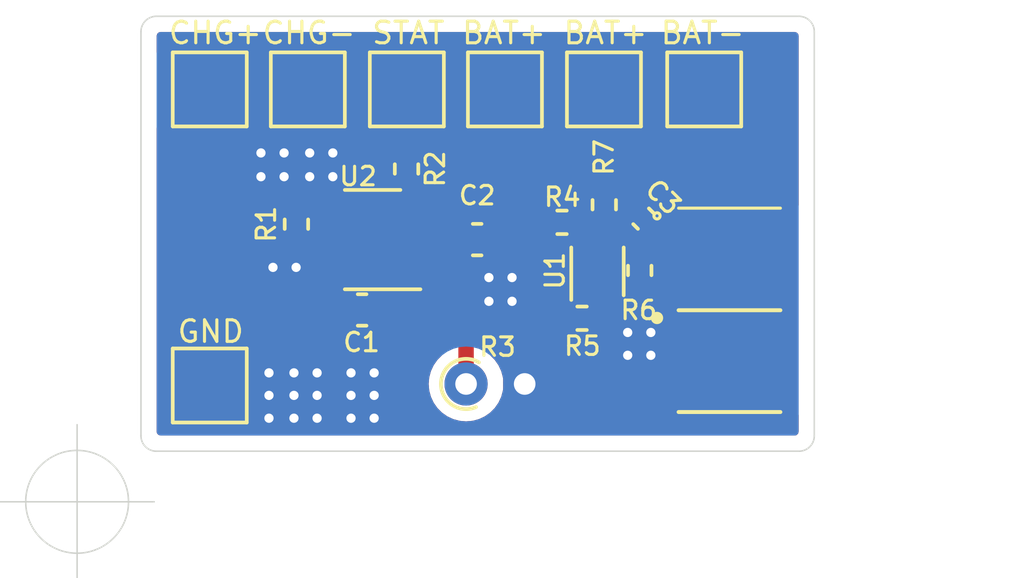
<source format=kicad_pcb>
(kicad_pcb (version 20211014) (generator pcbnew)
  (layers (0 "F.Cu" signal) (31 "B.Cu" signal) (34 "B.Paste" user) (35 "F.Paste" user) (36 "B.SilkS" user "B.Silkscreen") (37 "F.SilkS" user "F.Silkscreen") (38 "B.Mask" user) (39 "F.Mask" user) (44 "Edge.Cuts" user))
  (net 0 "")
  (net 1 "Adapter+")
  (net 2 "BAT+")
  (net 3 "BAT-")
  (net 4 "Net-(C3-Pad1)")
  (net 5 "Net-(R1-Pad1)")
  (net 6 "ChargeLight-")
  (net 7 "Net-(R2-Pad1)")
  (net 8 "Net-(R3-Pad1)")
  (net 9 "Net-(R4-Pad1)")
  (net 10 "Net-(R5-Pad1)")
  (net 11 "Net-(R6-Pad1)")
  (net 13 "GND")
  (net 14 "Net-(U3-Pad5)")
  (footprint "Capacitor_SMD:C_0603_1608Metric" (layer "F.Cu") (at 127.46 81.19)
    (fp_text reference "C1" (at -0.02 1.05) (layer "F.SilkS") (effects (font (size 0.6 0.6) (thickness 0.1))))
    (fp_text value "1uF")
    (fp_line (start -0.14058 -0.51) (end 0.14058 -0.51) (layer "F.SilkS") (width 0.12))
    (fp_line (start -0.14058 0.51) (end 0.14058 0.51) (layer "F.SilkS") (width 0.12))
    (pad "1" smd roundrect locked (at -0.775 0) (size 0.9 0.95) (layers "F.Cu" "F.Paste" "F.Mask") (net 1 "Adapter+"))
    (pad "2" smd roundrect locked (at 0.775 0) (size 0.9 0.95) (layers "F.Cu" "F.Paste" "F.Mask") (net 13 "GND"))
  )
  (footprint "Capacitor_SMD:C_0603_1608Metric" (layer "F.Cu") (at 131.19 78.91)
    (fp_text reference "C2" (at 0 -1.43) (layer "F.SilkS") (effects (font (size 0.6 0.6) (thickness 0.1))))
    (fp_text value "1uF")
    (fp_line (start -0.14058 0.51) (end 0.14058 0.51) (layer "F.SilkS") (width 0.12))
    (fp_line (start -0.14058 -0.51) (end 0.14058 -0.51) (layer "F.SilkS") (width 0.12))
    (pad "1" smd roundrect locked (at -0.775 0) (size 0.9 0.95) (layers "F.Cu" "F.Paste" "F.Mask") (net 2 "BAT+"))
    (pad "2" smd roundrect locked (at 0.775 0) (size 0.9 0.95) (layers "F.Cu" "F.Paste" "F.Mask") (net 13 "GND"))
  )
  (footprint "Capacitor_SMD:C_0402_1005Metric" (layer "F.Cu") (at 136.58 78.23 -45)
    (fp_text reference "C3" (at -0.042426 -0.947523 135) (layer "F.SilkS") (effects (font (size 0.6 0.6) (thickness 0.1))))
    (fp_text value "0.1uF")
    (fp_line (start -0.107836 -0.36) (end 0.107836 -0.36) (layer "F.SilkS") (width 0.12))
    (fp_line (start -0.107836 0.36) (end 0.107836 0.36) (layer "F.SilkS") (width 0.12))
    (pad "1" smd roundrect locked (at -0.48 0 315) (size 0.56 0.62) (layers "F.Cu" "F.Paste" "F.Mask") (net 4 "Net-(C3-Pad1)"))
    (pad "2" smd roundrect locked (at 0.48 0 315) (size 0.56 0.62) (layers "F.Cu" "F.Paste" "F.Mask") (net 3 "BAT-"))
  )
  (footprint "Resistor_SMD:R_0402_1005Metric" (layer "F.Cu") (at 125.33 78.41 -90)
    (fp_text reference "R1" (at 0 0.98 90) (layer "F.SilkS") (effects (font (size 0.6 0.6) (thickness 0.1))))
    (fp_text value "1K")
    (fp_line (start -0.153641 0.38) (end 0.153641 0.38) (layer "F.SilkS") (width 0.12))
    (fp_line (start -0.153641 -0.38) (end 0.153641 -0.38) (layer "F.SilkS") (width 0.12))
    (pad "1" smd roundrect locked (at -0.51 0 270) (size 0.54 0.64) (layers "F.Cu" "F.Paste" "F.Mask") (net 5 "Net-(R1-Pad1)"))
    (pad "2" smd roundrect locked (at 0.51 0 270) (size 0.54 0.64) (layers "F.Cu" "F.Paste" "F.Mask") (net 13 "GND"))
  )
  (footprint "Resistor_SMD:R_0402_1005Metric" (layer "F.Cu") (at 128.9 76.62 90)
    (fp_text reference "R2" (at 0 0.93 90) (layer "F.SilkS") (effects (font (size 0.6 0.6) (thickness 0.1))))
    (fp_text value "1K")
    (fp_line (start -0.153641 0.38) (end 0.153641 0.38) (layer "F.SilkS") (width 0.12))
    (fp_line (start -0.153641 -0.38) (end 0.153641 -0.38) (layer "F.SilkS") (width 0.12))
    (pad "1" smd roundrect locked (at -0.51 0 90) (size 0.54 0.64) (layers "F.Cu" "F.Paste" "F.Mask") (net 7 "Net-(R2-Pad1)"))
    (pad "2" smd roundrect locked (at 0.51 0 90) (size 0.54 0.64) (layers "F.Cu" "F.Paste" "F.Mask") (net 6 "ChargeLight-"))
  )
  (footprint "Resistor_THT:R_Axial_DIN0204_L3.6mm_D1.6mm_P1.90mm_Vertical" (layer "F.Cu") (at 130.83 83.59)
    (fp_text reference "R3" (at 1.02 -1.2) (layer "F.SilkS") (effects (font (size 0.6 0.6) (thickness 0.1))))
    (fp_text value "103AT-2")
    (fp_arc (start 0.320095 0.749359) (mid -0.813042 -0.054435) (end 0.417133 -0.7) (layer "F.SilkS") (width 0.12))
    (pad "1" thru_hole circle locked (at 0 0) (size 1.4 1.4) (drill 0.7) (layers *.Cu *.Mask) (net 8 "Net-(R3-Pad1)"))
    (pad "2" thru_hole oval locked (at 1.9 0) (size 1.4 1.4) (drill 0.7) (layers *.Cu *.Mask) (net 13 "GND"))
  )
  (footprint "Resistor_SMD:R_0402_1005Metric" (layer "F.Cu") (at 133.94 78.35 180)
    (fp_text reference "R4" (at -0.01 0.82) (layer "F.SilkS") (effects (font (size 0.6 0.6) (thickness 0.1))))
    (fp_text value "2.2k")
    (fp_line (start -0.153641 0.38) (end 0.153641 0.38) (layer "F.SilkS") (width 0.12))
    (fp_line (start -0.153641 -0.38) (end 0.153641 -0.38) (layer "F.SilkS") (width 0.12))
    (pad "1" smd roundrect locked (at -0.51 0 180) (size 0.54 0.64) (layers "F.Cu" "F.Paste" "F.Mask") (net 9 "Net-(R4-Pad1)"))
    (pad "2" smd roundrect locked (at 0.51 0 180) (size 0.54 0.64) (layers "F.Cu" "F.Paste" "F.Mask") (net 13 "GND"))
  )
  (footprint "Resistor_SMD:R_0402_1005Metric" (layer "F.Cu") (at 134.59 81.46 180)
    (fp_text reference "R5" (at -0.01 -0.9) (layer "F.SilkS") (effects (font (size 0.6 0.6) (thickness 0.1))))
    (fp_text value "5.1M")
    (fp_line (start -0.153641 -0.38) (end 0.153641 -0.38) (layer "F.SilkS") (width 0.12))
    (fp_line (start -0.153641 0.38) (end 0.153641 0.38) (layer "F.SilkS") (width 0.12))
    (pad "1" smd roundrect locked (at -0.51 0 180) (size 0.54 0.64) (layers "F.Cu" "F.Paste" "F.Mask") (net 10 "Net-(R5-Pad1)"))
    (pad "2" smd roundrect locked (at 0.51 0 180) (size 0.54 0.64) (layers "F.Cu" "F.Paste" "F.Mask") (net 13 "GND"))
  )
  (footprint "Resistor_SMD:R_0402_1005Metric" (layer "F.Cu") (at 136.46 79.91 90)
    (fp_text reference "R6" (at -1.29 -0.03) (layer "F.SilkS") (effects (font (size 0.6 0.6) (thickness 0.1))))
    (fp_text value "5.1m")
    (fp_line (start -0.153641 -0.38) (end 0.153641 -0.38) (layer "F.SilkS") (width 0.12))
    (fp_line (start -0.153641 0.38) (end 0.153641 0.38) (layer "F.SilkS") (width 0.12))
    (pad "1" smd roundrect locked (at -0.51 0 90) (size 0.54 0.64) (layers "F.Cu" "F.Paste" "F.Mask") (net 11 "Net-(R6-Pad1)"))
    (pad "2" smd roundrect locked (at 0.51 0 90) (size 0.54 0.64) (layers "F.Cu" "F.Paste" "F.Mask") (net 3 "BAT-"))
  )
  (footprint "Resistor_SMD:R_0402_1005Metric" (layer "F.Cu") (at 135.31 77.779999 -90)
    (fp_text reference "R7" (at -1.539999 0.01 90) (layer "F.SilkS") (effects (font (size 0.6 0.6) (thickness 0.1))))
    (fp_text value "330R")
    (fp_line (start -0.153641 -0.38) (end 0.153641 -0.38) (layer "F.SilkS") (width 0.12))
    (fp_line (start -0.153641 0.38) (end 0.153641 0.38) (layer "F.SilkS") (width 0.12))
    (pad "1" smd roundrect locked (at -0.51 0 270) (size 0.54 0.64) (layers "F.Cu" "F.Paste" "F.Mask") (net 2 "BAT+"))
    (pad "2" smd roundrect locked (at 0.51 0 270) (size 0.54 0.64) (layers "F.Cu" "F.Paste" "F.Mask") (net 4 "Net-(C3-Pad1)"))
  )
  (footprint "Package_SON:WSON-6_1.5x1.5mm_P0.5mm" (layer "F.Cu") (at 135.09 79.919999 90)
    (fp_text reference "U1" (at 0 -1.38 90) (layer "F.SilkS") (effects (font (size 0.6 0.6) (thickness 0.1))))
    (fp_text value "BQ2970")
    (fp_line (start -0.945 -0.85) (end 0.755 -0.85) (layer "F.SilkS") (width 0.12))
    (fp_line (start -0.795 0.85) (end 0.755 0.85) (layer "F.SilkS") (width 0.12))
    (pad "1" smd rect locked (at -0.525 -0.5) (size 0.28 0.85) (layers "F.Cu" "F.Paste" "F.Mask"))
    (pad "2" smd rect locked (at -0.575 0) (size 0.28 0.75) (layers "F.Cu" "F.Paste" "F.Mask") (net 10 "Net-(R5-Pad1)"))
    (pad "3" smd rect locked (at -0.575 0.5) (size 0.28 0.75) (layers "F.Cu" "F.Paste" "F.Mask") (net 11 "Net-(R6-Pad1)"))
    (pad "4" smd rect locked (at 0.575 0.5) (size 0.28 0.75) (layers "F.Cu" "F.Paste" "F.Mask") (net 3 "BAT-"))
    (pad "5" smd rect locked (at 0.575 0) (size 0.28 0.75) (layers "F.Cu" "F.Paste" "F.Mask") (net 4 "Net-(C3-Pad1)"))
    (pad "6" smd rect locked (at 0.575 -0.5) (size 0.28 0.75) (layers "F.Cu" "F.Paste" "F.Mask") (net 9 "Net-(R4-Pad1)"))
  )
  (footprint "Package_TO_SOT_SMD:SOT-23-6" (layer "F.Cu") (at 127.8 78.91 180)
    (fp_text reference "U2" (at 0.47 2.05) (layer "F.SilkS") (effects (font (size 0.6 0.6) (thickness 0.1))))
    (fp_text value "BQ21040")
    (fp_line (start 0.9 -1.61) (end -1.55 -1.61) (layer "F.SilkS") (width 0.12))
    (fp_line (start -0.9 1.61) (end 0.9 1.61) (layer "F.SilkS") (width 0.12))
    (pad "1" smd rect locked (at -1.1 -0.95 180) (size 1.06 0.65) (layers "F.Cu" "F.Paste" "F.Mask") (net 8 "Net-(R3-Pad1)"))
    (pad "2" smd rect locked (at -1.1 0 180) (size 1.06 0.65) (layers "F.Cu" "F.Paste" "F.Mask") (net 2 "BAT+"))
    (pad "3" smd rect locked (at -1.1 0.95 180) (size 1.06 0.65) (layers "F.Cu" "F.Paste" "F.Mask") (net 7 "Net-(R2-Pad1)"))
    (pad "4" smd rect locked (at 1.1 0.95 180) (size 1.06 0.65) (layers "F.Cu" "F.Paste" "F.Mask") (net 5 "Net-(R1-Pad1)"))
    (pad "5" smd rect locked (at 1.1 0 180) (size 1.06 0.65) (layers "F.Cu" "F.Paste" "F.Mask") (net 13 "GND"))
    (pad "6" smd rect locked (at 1.1 -0.95 180) (size 1.06 0.65) (layers "F.Cu" "F.Paste" "F.Mask") (net 1 "Adapter+"))
  )
  (footprint "CSD16406Q3:CSD16406Q3" (layer "F.Cu") (at 139.37 82.85)
    (fp_text reference "U3" hide)
    (fp_text value "CSD16406Q3")
    (fp_poly (pts (xy 1.75 -1.225) (xy 1.75 -0.725) (xy 1.34 -0.725) (xy 1.34 -0.575) (xy 1.75 -0.575) (xy 1.75 -0.075) (xy 1.34 -0.075) (xy 1.34 0.075) (xy 1.75 0.075) (xy 1.75 0.575) (xy 1.34 0.575) (xy 1.34 0.725) (xy 1.75 0.725) (xy 1.75 1.225) (xy -0.56 1.225) (xy -0.56 -1.225)) (layer "F.Cu") (width 0.01) (fill solid))
    (fp_line (start -1.65 -1.65) (end 1.65 -1.65) (layer "F.SilkS") (width 0.127))
    (fp_line (start -1.65 1.65) (end 1.65 1.65) (layer "F.SilkS") (width 0.127))
    (fp_circle (center -2.35 -1.4) (end -2.25 -1.4) (layer "F.SilkS") (width 0.2) (fill none))
    (pad "1" smd rect locked (at -1.435 -0.975) (size 0.63 0.5) (layers "F.Cu" "F.Mask") (net 13 "GND"))
    (pad "2" smd rect locked (at -1.435 -0.325) (size 0.63 0.5) (layers "F.Cu" "F.Mask") (net 13 "GND"))
    (pad "3" smd rect locked (at -1.435 0.325) (size 0.63 0.5) (layers "F.Cu" "F.Mask") (net 13 "GND"))
    (pad "4" smd rect locked (at -1.435 0.975) (size 0.63 0.5) (layers "F.Cu" "F.Mask") (net 10 "Net-(R5-Pad1)"))
    (pad "5" smd rect locked (at 1.435 0.975) (size 0.63 0.5) (layers "F.Cu") (net 14 "Net-(U3-Pad5)"))
    (pad "6" smd rect locked (at 1.435 0.325) (size 0.63 0.5) (layers "F.Cu") (net 14 "Net-(U3-Pad5)"))
    (pad "7" smd rect locked (at 1.435 -0.325) (size 0.63 0.5) (layers "F.Cu") (net 14 "Net-(U3-Pad5)"))
    (pad "8" smd rect locked (at 1.435 -0.975) (size 0.63 0.5) (layers "F.Cu") (net 14 "Net-(U3-Pad5)"))
  )
  (footprint "CSD16406Q3:CSD16406Q3" (layer "F.Cu") (at 139.37 79.54)
    (fp_text reference "U4" hide)
    (fp_text value "CSD16406Q3")
    (fp_line (start -1.65 -1.65) (end 1.65 -1.65) (layer "F.SilkS") (width 0.1))
    (fp_line (start -1.65 1.65) (end 1.65 1.65) (layer "F.SilkS") (width 0.1))
    (fp_circle (center -2.35 -1.4) (end -2.25 -1.4) (layer "F.SilkS") (width 0.1) (fill none))
    (pad "1" smd rect (at -1.435 -0.975) (size 0.63 0.5) (layers "F.Cu" "F.Mask") (net 3 "BAT-"))
    (pad "2" smd rect (at -1.435 -0.325) (size 0.63 0.5) (layers "F.Cu" "F.Mask") (net 3 "BAT-"))
    (pad "3" smd rect (at -1.435 0.325) (size 0.63 0.5) (layers "F.Cu" "F.Mask") (net 3 "BAT-"))
    (pad "4" smd rect (at -1.435 0.975) (size 0.63 0.5) (layers "F.Cu" "F.Mask") (net 11 "Net-(R6-Pad1)"))
    (pad "5" smd rect (at 1.435 0.975) (size 0.63 0.5) (layers "F.Cu") (net 14 "Net-(U3-Pad5)"))
    (pad "6" smd rect (at 1.435 0.325) (size 0.63 0.5) (layers "F.Cu") (net 14 "Net-(U3-Pad5)"))
    (pad "7" smd rect (at 1.435 -0.325) (size 0.63 0.5) (layers "F.Cu") (net 14 "Net-(U3-Pad5)"))
    (pad "8" smd rect (at 0.28 0) (size 1.665 2.45) (layers "F.Cu") (net 14 "Net-(U3-Pad5)"))
    (pad "8" smd rect (at 1.435 -0.975) (size 0.63 0.5) (layers "F.Cu") (net 14 "Net-(U3-Pad5)"))
  )
  (footprint "TestPoint:TestPoint_Pad_2.0x2.0mm" (layer "F.Cu") (at 125.7 74.04 180)
    (fp_text reference "J1" hide)
    (fp_text value "Conn_01x01")
    (fp_line (start -1.2 1.2) (end -1.2 -1.2) (layer "F.SilkS") (width 0.12))
    (fp_line (start 1.2 -1.2) (end 1.2 1.2) (layer "F.SilkS") (width 0.12))
    (fp_line (start 1.2 1.2) (end -1.2 1.2) (layer "F.SilkS") (width 0.12))
    (fp_line (start -1.2 -1.2) (end 1.2 -1.2) (layer "F.SilkS") (width 0.12))
    (pad "1" smd rect locked (at 0 0 180) (size 2 2) (layers "F.Cu" "F.Mask") (net 13 "GND"))
  )
  (footprint "TestPoint:TestPoint_Pad_2.0x2.0mm" (layer "F.Cu") (at 122.52 74.04 180)
    (fp_text reference "J2" hide)
    (fp_text value "Conn_01x01")
    (fp_line (start 1.2 -1.2) (end 1.2 1.2) (layer "F.SilkS") (width 0.12))
    (fp_line (start -1.2 -1.2) (end 1.2 -1.2) (layer "F.SilkS") (width 0.12))
    (fp_line (start 1.2 1.2) (end -1.2 1.2) (layer "F.SilkS") (width 0.12))
    (fp_line (start -1.2 1.2) (end -1.2 -1.2) (layer "F.SilkS") (width 0.12))
    (pad "1" smd rect locked (at 0 0 180) (size 2 2) (layers "F.Cu" "F.Mask") (net 1 "Adapter+"))
  )
  (footprint "TestPoint:TestPoint_Pad_2.0x2.0mm" (layer "F.Cu") (at 135.3 74.04 180)
    (fp_text reference "J3" hide)
    (fp_text value "Conn_01x01")
    (fp_line (start 1.2 1.2) (end -1.2 1.2) (layer "F.SilkS") (width 0.12))
    (fp_line (start -1.2 1.2) (end -1.2 -1.2) (layer "F.SilkS") (width 0.12))
    (fp_line (start 1.2 -1.2) (end 1.2 1.2) (layer "F.SilkS") (width 0.12))
    (fp_line (start -1.2 -1.2) (end 1.2 -1.2) (layer "F.SilkS") (width 0.12))
    (pad "1" smd rect locked (at 0 0 180) (size 2 2) (layers "F.Cu" "F.Mask") (net 2 "BAT+"))
  )
  (footprint "TestPoint:TestPoint_Pad_2.0x2.0mm" (layer "F.Cu") (at 128.91 74.04 180)
    (fp_text reference "J4" hide)
    (fp_text value "Conn_01x01")
    (fp_line (start 1.2 -1.2) (end 1.2 1.2) (layer "F.SilkS") (width 0.12))
    (fp_line (start 1.2 1.2) (end -1.2 1.2) (layer "F.SilkS") (width 0.12))
    (fp_line (start -1.2 -1.2) (end 1.2 -1.2) (layer "F.SilkS") (width 0.12))
    (fp_line (start -1.2 1.2) (end -1.2 -1.2) (layer "F.SilkS") (width 0.12))
    (pad "1" smd rect locked (at 0 0 180) (size 2 2) (layers "F.Cu" "F.Mask") (net 6 "ChargeLight-"))
  )
  (footprint "TestPoint:TestPoint_Pad_2.0x2.0mm" (layer "F.Cu") (at 132.09 74.04 180)
    (fp_text reference "J5" hide)
    (fp_text value "Conn_01x01")
    (fp_line (start 1.2 1.2) (end -1.2 1.2) (layer "F.SilkS") (width 0.12))
    (fp_line (start 1.2 -1.2) (end 1.2 1.2) (layer "F.SilkS") (width 0.12))
    (fp_line (start -1.2 1.2) (end -1.2 -1.2) (layer "F.SilkS") (width 0.12))
    (fp_line (start -1.2 -1.2) (end 1.2 -1.2) (layer "F.SilkS") (width 0.12))
    (pad "1" smd rect locked (at 0 0 180) (size 2 2) (layers "F.Cu" "F.Mask") (net 2 "BAT+"))
  )
  (footprint "TestPoint:TestPoint_Pad_2.0x2.0mm" (layer "F.Cu") (at 138.55 74.04 180)
    (fp_text reference "J6" hide)
    (fp_text value "Conn_01x01")
    (fp_line (start -1.2 -1.2) (end 1.2 -1.2) (layer "F.SilkS") (width 0.12))
    (fp_line (start -1.2 1.2) (end -1.2 -1.2) (layer "F.SilkS") (width 0.12))
    (fp_line (start 1.2 -1.2) (end 1.2 1.2) (layer "F.SilkS") (width 0.12))
    (fp_line (start 1.2 1.2) (end -1.2 1.2) (layer "F.SilkS") (width 0.12))
    (pad "1" smd rect locked (at 0 0 180) (size 2 2) (layers "F.Cu" "F.Mask") (net 3 "BAT-"))
  )
  (footprint "TestPoint:TestPoint_Pad_2.0x2.0mm" (layer "F.Cu") (at 122.52 83.64)
    (fp_text reference "J7" hide)
    (fp_text value "Conn_01x01")
    (fp_line (start 1.2 -1.2) (end 1.2 1.2) (layer "F.SilkS") (width 0.12))
    (fp_line (start -1.2 -1.2) (end 1.2 -1.2) (layer "F.SilkS") (width 0.12))
    (fp_line (start -1.2 1.2) (end -1.2 -1.2) (layer "F.SilkS") (width 0.12))
    (fp_line (start 1.2 1.2) (end -1.2 1.2) (layer "F.SilkS") (width 0.12))
    (pad "1" smd rect locked (at 0 0) (size 2 2) (layers "F.Cu" "F.Mask") (net 13 "GND"))
  )
  (gr_arc (start 142.120001 85.270001) (mid 141.973554 85.623554) (end 141.62 85.77) (layer "Edge.Cuts") (width 0.05))
  (gr_arc (start 141.62 71.669999) (mid 141.973553 71.816446) (end 142.12 72.17) (layer "Edge.Cuts") (width 0.05))
  (gr_arc (start 120.289999 72.17) (mid 120.436446 71.816447) (end 120.79 71.67) (layer "Edge.Cuts") (width 0.05))
  (gr_line (start 142.12 72.17) (end 142.120001 85.270001) (layer "Edge.Cuts") (width 0.05))
  (gr_line (start 120.29 85.27) (end 120.29 72.17) (layer "Edge.Cuts") (width 0.05))
  (gr_arc (start 120.79 85.77) (mid 120.436447 85.623553) (end 120.29 85.27) (layer "Edge.Cuts") (width 0.05))
  (gr_line (start 120.79 71.67) (end 141.62 71.67) (layer "Edge.Cuts") (width 0.05))
  (gr_line (start 141.62 85.77) (end 120.79 85.77) (layer "Edge.Cuts") (width 0.05))
  (gr_text "CHG-" (at 125.74 72.21) (layer "F.SilkS") (effects (font (size 0.7 0.7) (thickness 0.1))))
  (gr_text "STAT" (at 128.96 72.21) (layer "F.SilkS") (effects (font (size 0.7 0.7) (thickness 0.1))))
  (gr_text "BAT+" (at 132.06 72.21) (layer "F.SilkS") (effects (font (size 0.7 0.7) (thickness 0.1))))
  (gr_text "BAT+" (at 135.35 72.21) (layer "F.SilkS") (effects (font (size 0.7 0.7) (thickness 0.1))))
  (gr_text "BAT-" (at 138.5 72.21) (layer "F.SilkS") (effects (font (size 0.7 0.7) (thickness 0.1))))
  (gr_text "GND" (at 122.55 81.89) (layer "F.SilkS") (effects (font (size 0.7 0.7) (thickness 0.1))))
  (gr_text "CHG+" (at 122.7 72.21) (layer "F.SilkS") (effects (font (size 0.7 0.7) (thickness 0.1))))
  (target plus (at 118.22 87.41) (size 5) (width 0.05) (layer "Edge.Cuts"))
  (segment (start 121.77 75.05) (end 122.50664 75.78664) (width 0.5) (layer "F.Cu") (net 1))
  (segment (start 122.53 75.77) (end 123.26664 75.03336) (width 0.5) (layer "F.Cu") (net 1))
  (segment (start 126.705 81.08) (end 126.705 79.865) (width 0.5) (layer "F.Cu") (net 1))
  (segment (start 126.705 79.865) (end 126.7 79.86) (width 0.5) (layer "F.Cu") (net 1))
  (segment (start 124.05 81.19) (end 126.685 81.19) (width 1) (layer "F.Cu") (net 1))
  (segment (start 122.52 79.66) (end 124.05 81.19) (width 1) (layer "F.Cu") (net 1))
  (segment (start 122.52 74.04) (end 122.52 79.66) (width 1) (layer "F.Cu") (net 1))
  (segment (start 132.07 73.64) (end 135.28 73.64) (width 0.5) (layer "F.Cu") (net 2))
  (segment (start 132.07 73.35) (end 135.28 73.35) (width 0.5) (layer "F.Cu") (net 2))
  (segment (start 132.07 73.29) (end 135.28 73.29) (width 0.5) (layer "F.Cu") (net 2))
  (segment (start 132.16 74.46) (end 135.37 74.46) (width 0.5) (layer "F.Cu") (net 2))
  (segment (start 132.18 74.79) (end 135.39 74.79) (width 0.5) (layer "F.Cu") (net 2))
  (segment (start 131.17 76.46) (end 132.765 74.865) (width 0.9) (layer "F.Cu") (net 2))
  (segment (start 130.48 77.79) (end 132.075 76.195) (width 0.9) (layer "F.Cu") (net 2))
  (segment (start 132.47 76.52) (end 134.065 74.925) (width 0.9) (layer "F.Cu") (net 2))
  (segment (start 132.96 76.39) (end 134.555 74.795) (width 0.9) (layer "F.Cu") (net 2))
  (segment (start 133.35 76.38) (end 134.945 74.785) (width 0.9) (layer "F.Cu") (net 2))
  (segment (start 133.19 76.87) (end 130.625 76.87) (width 0.9) (layer "F.Cu") (net 2))
  (segment (start 131.85 76.5) (end 133.445 74.905) (width 0.9) (layer "F.Cu") (net 2))
  (segment (start 130.49 78.03) (end 132.085 76.435) (width 0.9) (layer "F.Cu") (net 2))
  (segment (start 133.95 76.39) (end 135.545 74.795) (width 0.9) (layer "F.Cu") (net 2))
  (segment (start 134.24 76.59) (end 135.835 74.995) (width 0.9) (layer "F.Cu") (net 2))
  (segment (start 135.2 76.87) (end 132.635 76.87) (width 0.9) (layer "F.Cu") (net 2))
  (segment (start 135.21 76.955) (end 135.21 74.39) (width 0.9) (layer "F.Cu") (net 2))
  (segment (start 132.01 74.75) (end 132.09 74.75) (width 0.9) (layer "F.Cu") (net 2))
  (segment (start 132.09 74.04) (end 135.3 74.04) (width 0.5) (layer "F.Cu") (net 2))
  (segment (start 130.415 76.345) (end 132.01 74.75) (width 0.9) (layer "F.Cu") (net 2))
  (segment (start 130.49 78.915) (end 128.905 78.915001) (width 0.5) (layer "F.Cu") (net 2))
  (segment (start 132.09 74.75) (end 132.09 74.61) (width 1) (layer "F.Cu") (net 2))
  (segment (start 130.415 78.91) (end 130.415 76.345) (width 0.9) (layer "F.Cu") (net 2))
  (segment (start 132.09 74.61) (end 132.09 74.37) (width 0.8) (layer "F.Cu") (net 2))
  (segment (start 128.905 78.915001) (end 128.899999 78.91) (width 0.5) (layer "F.Cu") (net 2))
  (segment (start 132.09 74.37) (end 132.09 74.04) (width 0.5) (layer "F.Cu") (net 2))
  (segment (start 137.35 78.569412) (end 137.72 78.569411) (width 0.5) (layer "F.Cu") (net 3))
  (segment (start 136.7 79.02) (end 137.71 79.02) (width 0.5) (layer "F.Cu") (net 3))
  (segment (start 136.129999 79.35) (end 136.589411 78.890588) (width 0.5) (layer "F.Cu") (net 3))
  (segment (start 137.58 79.32) (end 137.58 78.02) (width 0.5) (layer "F.Cu") (net 3))
  (segment (start 138.89 77.01) (end 138.89 75.011178) (width 0.5) (layer "F.Cu") (net 3))
  (segment (start 137.369411 78.530589) (end 138.88 77.02) (width 0.5) (layer "F.Cu") (net 3))
  (segment (start 137.81 78.53) (end 137.81 74.62) (width 0.5) (layer "F.Cu") (net 3))
  (segment (start 137.759411 78.140589) (end 139.27 76.63) (width 0.5) (layer "F.Cu") (net 3))
  (segment (start 139.3 76.62) (end 139.3 74.621178) (width 0.5) (layer "F.Cu") (net 3))
  (segment (start 136.919411 78.569411) (end 138.43 77.058822) (width 0.5) (layer "F.Cu") (net 3))
  (segment (start 137.935 78.565) (end 137.935 74.655) (width 0.5) (layer "F.Cu") (net 3))
  (segment (start 137.289411 78.569412) (end 137.934999 79.215) (width 0.5) (layer "F.Cu") (net 3))
  (segment (start 137.935 74.655) (end 138.55 74.04) (width 0.5) (layer "F.Cu") (net 3))
  (segment (start 136.46 79.4) (end 136.46 79.028822) (width 0.5) (layer "F.Cu") (net 3))
  (segment (start 137.47 79.4) (end 137.935 79.865) (width 0.5) (layer "F.Cu") (net 3))
  (segment (start 135.7 79.345) (end 136.515 79.345) (width 0.5) (layer "F.Cu") (net 3))
  (segment (start 138.43 77.058822) (end 138.43 75.06) (width 0.5) (layer "F.Cu") (net 3))
  (segment (start 136.46 79.028822) (end 136.919411 78.569411) (width 0.5) (layer "F.Cu") (net 3))
  (segment (start 136.46 79.4) (end 137.47 79.4) (width 0.5) (layer "F.Cu") (net 3))
  (segment (start 136.405 79.345) (end 136.46 79.4) (width 0.5) (layer "F.Cu") (net 3))
  (segment (start 137.929411 78.559411) (end 137.935 78.565) (width 0.5) (layer "F.Cu") (net 3))
  (segment (start 136.919411 78.569411) (end 137.289411 78.569412) (width 0.5) (layer "F.Cu") (net 3))
  (segment (start 137.935 79.865) (end 137.935 78.565) (width 0.5) (layer "F.Cu") (net 3))
  (segment (start 135.09 78.51) (end 135.31 78.29) (width 0.25) (layer "F.Cu") (net 4))
  (segment (start 135.31 78.29) (end 135.841178 78.29) (width 0.5) (layer "F.Cu") (net 4))
  (segment (start 135.841178 78.29) (end 136.240589 77.890589) (width 0.5) (layer "F.Cu") (net 4))
  (segment (start 135.090002 79.345) (end 135.09 78.51) (width 0.25) (layer "F.Cu") (net 4))
  (segment (start 125.33 77.9) (end 126.64 77.9) (width 0.5) (layer "F.Cu") (net 5))
  (segment (start 126.64 77.9) (end 126.7 77.96) (width 0.5) (layer "F.Cu") (net 5))
  (segment (start 128.92 75.79) (end 129.65664 75.05336) (width 0.5) (layer "F.Cu") (net 6))
  (segment (start 129.44 75.11) (end 128.398234 75.11) (width 0.5) (layer "F.Cu") (net 6))
  (segment (start 128.91 74.04) (end 128.91 76.1) (width 0.5) (layer "F.Cu") (net 6))
  (segment (start 128.16336 75.02336) (end 128.9 75.76) (width 0.5) (layer "F.Cu") (net 6))
  (segment (start 128.91 76.1) (end 128.9 76.11) (width 0.5) (layer "F.Cu") (net 6))
  (segment (start 128.9 75.76) (end 128.9 76.11) (width 0.5) (layer "F.Cu") (net 6))
  (segment (start 128.9 77.96) (end 128.899999 77.13) (width 0.5) (layer "F.Cu") (net 7))
  (segment (start 128.9 79.86) (end 128.9 79.88) (width 0.5) (layer "F.Cu") (net 8))
  (segment (start 130.83 81.81) (end 130.83 83.59) (width 0.5) (layer "F.Cu") (net 8))
  (segment (start 128.9 79.88) (end 130.83 81.81) (width 0.5) (layer "F.Cu") (net 8))
  (segment (start 134.59 79.344999) (end 134.59 78.49) (width 0.25) (layer "F.Cu") (net 9))
  (segment (start 134.59 78.49) (end 134.45 78.35) (width 0.25) (layer "F.Cu") (net 9))
  (segment (start 135.395 83.825) (end 135.1 83.53) (width 0.5) (layer "F.Cu") (net 10))
  (segment (start 135.09 80.495) (end 135.09 81.39) (width 0.25) (layer "F.Cu") (net 10))
  (segment (start 137.935 83.825) (end 135.395 83.825) (width 0.5) (layer "F.Cu") (net 10))
  (segment (start 135.1 83.53) (end 135.1 81.46) (width 0.5) (layer "F.Cu") (net 10))
  (segment (start 135.71 80.5) (end 136.505 80.5) (width 0.5) (layer "F.Cu") (net 11))
  (segment (start 136.555 80.515) (end 137.935 80.515) (width 0.5) (layer "F.Cu") (net 11))
  (segment (start 125.34 78.91) (end 125.33 78.92) (width 0.5) (layer "F.Cu") (net 13))
  (segment (start 137.935 83.175) (end 137.934999 81.875) (width 0.5) (layer "F.Cu") (net 13))
  (segment (start 126.7 78.910001) (end 125.34 78.91) (width 0.5) (layer "F.Cu") (net 13))
  (via (at 136.82 81.92) (size 0.4) (drill 0.3) (layers "F.Cu" "B.Cu") (net 13))
  (via (at 136.82 82.66) (size 0.4) (drill 0.3) (layers "F.Cu" "B.Cu") (net 13))
  (via (at 124.44 84.7) (size 0.4) (drill 0.3) (layers "F.Cu" "B.Cu") (net 13))
  (via (at 124.44 83.96) (size 0.4) (drill 0.3) (layers "F.Cu" "B.Cu") (net 13))
  (via (at 125.25 84.7) (size 0.4) (drill 0.3) (layers "F.Cu" "B.Cu") (net 13))
  (via (at 126 83.96) (size 0.4) (drill 0.3) (layers "F.Cu" "B.Cu") (net 13))
  (via (at 126 84.7) (size 0.4) (drill 0.3) (layers "F.Cu" "B.Cu") (net 13))
  (via (at 125.25 83.96) (size 0.4) (drill 0.3) (layers "F.Cu" "B.Cu") (net 13))
  (via (at 127.85 84.7) (size 0.4) (drill 0.3) (layers "F.Cu" "B.Cu") (net 13))
  (via (at 127.1 84.7) (size 0.4) (drill 0.3) (layers "F.Cu" "B.Cu") (net 13))
  (via (at 127.85 83.96) (size 0.4) (drill 0.3) (layers "F.Cu" "B.Cu") (net 13))
  (via (at 127.1 83.96) (size 0.4) (drill 0.3) (layers "F.Cu" "B.Cu") (net 13))
  (via (at 126 83.23) (size 0.4) (drill 0.3) (layers "F.Cu" "B.Cu") (net 13))
  (via (at 124.44 83.23) (size 0.4) (drill 0.3) (layers "F.Cu" "B.Cu") (net 13))
  (via (at 125.25 83.23) (size 0.4) (drill 0.3) (layers "F.Cu" "B.Cu") (net 13))
  (via (at 127.85 83.23) (size 0.4) (drill 0.3) (layers "F.Cu" "B.Cu") (net 13))
  (via (at 127.1 83.23) (size 0.4) (drill 0.3) (layers "F.Cu" "B.Cu") (net 13))
  (via (at 125.32 79.809999) (size 0.4) (drill 0.3) (layers "F.Cu" "B.Cu") (net 13))
  (via (at 124.57 79.81) (size 0.4) (drill 0.3) (layers "F.Cu" "B.Cu") (net 13))
  (via (at 124.18 76.87) (size 0.4) (drill 0.3) (layers "F.Cu" "B.Cu") (net 13))
  (via (at 124.93 76.869999) (size 0.4) (drill 0.3) (layers "F.Cu" "B.Cu") (net 13))
  (via (at 124.93 76.099999) (size 0.4) (drill 0.3) (layers "F.Cu" "B.Cu") (net 13))
  (via (at 124.18 76.1) (size 0.4) (drill 0.3) (layers "F.Cu" "B.Cu") (net 13))
  (via (at 126.51 76.869999) (size 0.4) (drill 0.3) (layers "F.Cu" "B.Cu") (net 13))
  (via (at 125.76 76.1) (size 0.4) (drill 0.3) (layers "F.Cu" "B.Cu") (net 13))
  (via (at 125.76 76.87) (size 0.4) (drill 0.3) (layers "F.Cu" "B.Cu") (net 13))
  (via (at 126.51 76.099999) (size 0.4) (drill 0.3) (layers "F.Cu" "B.Cu") (net 13))
  (via (at 132.32 80.139999) (size 0.4) (drill 0.3) (layers "F.Cu" "B.Cu") (net 13))
  (via (at 131.57 80.91) (size 0.4) (drill 0.3) (layers "F.Cu" "B.Cu") (net 13))
  (via (at 132.32 80.909999) (size 0.4) (drill 0.3) (layers "F.Cu" "B.Cu") (net 13))
  (via (at 131.57 80.14) (size 0.4) (drill 0.3) (layers "F.Cu" "B.Cu") (net 13))
  (via (at 136.07 82.66) (size 0.4) (drill 0.3) (layers "F.Cu" "B.Cu") (net 13))
  (via (at 136.07 81.92) (size 0.4) (drill 0.3) (layers "F.Cu" "B.Cu") (net 13))
  (segment (start 139.52 82.06) (end 139.52 80.45) (width 0.5) (layer "F.Cu") (net 14))
  (segment (start 139.98 82.06) (end 139.98 80.45) (width 0.5) (layer "F.Cu") (net 14))
  (segment (start 140.47 80.515) (end 140.47 81.875) (width 0.5) (layer "F.Cu") (net 14))
  (segment (start 140.58001 82.30001) (end 140.805 82.525) (width 0.5) (layer "F.Cu") (net 14))
  (segment (start 140.805 80.515) (end 140.805 81.875) (width 0.5) (layer "F.Cu") (net 14))
  (segment (start 140.805 80.426458) (end 140.58001 80.201468) (width 0.5) (layer "F.Cu") (net 14))
  (segment (start 139.05 82.05) (end 139.05 80.44) (width 0.5) (layer "F.Cu") (net 14))
  (segment (start 140.805 80.515) (end 140.804999 78.565) (width 0.5) (layer "F.Cu") (net 14))
  (segment (start 140.805 80.515) (end 140.805 80.426458) (width 0.5) (layer "F.Cu") (net 14))
  (segment (start 140.58001 80.201468) (end 140.58001 82.30001) (width 0.5) (layer "F.Cu") (net 14))
  (segment (start 140.805 83.825) (end 140.805 81.875) (width 0.5) (layer "F.Cu") (net 14))
  (zone (net 13) (net_name "GND") (layer "F.Cu") (connect_pads yes (clearance 0.508)) (min_thickness 0.254) (fill yes (thermal_gap 0.508) (thermal_bridge_width 0.508))
    (polygon (pts (xy 141.79 85.41) (xy 120.71 85.41) (xy 120.71 72.15) (xy 141.79 72.15)))
  )
  (zone (net 13) (net_name "GND") (layer "B.Cu") (connect_pads yes (clearance 0.508)) (min_thickness 0.254) (fill yes (thermal_gap 0.508) (thermal_bridge_width 0.508))
    (polygon (pts (xy 141.78 85.387481) (xy 120.7 85.387481) (xy 120.7 72.127481) (xy 141.78 72.127481)))
  )
)
</source>
